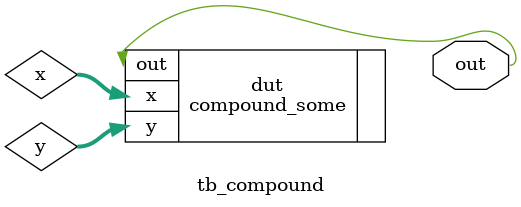
<source format=v>
`timescale 1ns / 1ps


module tb_compound(
        output out
    );
    reg[7:1] x;
    reg[7:1] y;
    compound_some dut (.x(x), .y(y), .out(out));
endmodule

</source>
